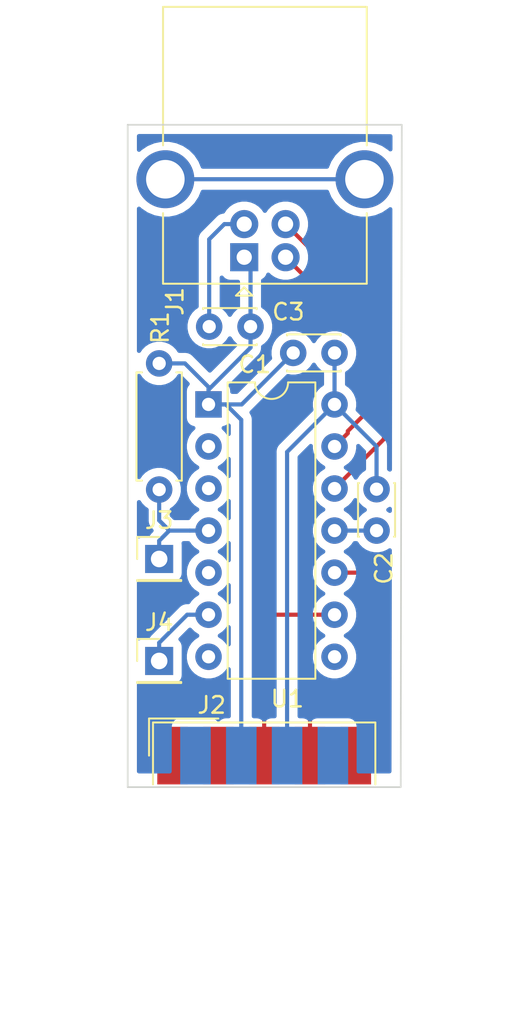
<source format=kicad_pcb>
(kicad_pcb (version 20171130) (host pcbnew 5.1.5+dfsg1-2build2)

  (general
    (thickness 1.6)
    (drawings 4)
    (tracks 52)
    (zones 0)
    (modules 9)
    (nets 11)
  )

  (page A4)
  (title_block
    (title "Atari 2600 Memory Card (SaveKey compatible) USB Interface")
    (company JiggleSoft)
    (comment 1 "Copyright (C) 2022 Justin Lane")
    (comment 3 "!!! WORK IN PROGRESS !!!")
  )

  (layers
    (0 F.Cu signal)
    (31 B.Cu signal)
    (32 B.Adhes user)
    (33 F.Adhes user)
    (34 B.Paste user)
    (35 F.Paste user)
    (36 B.SilkS user)
    (37 F.SilkS user)
    (38 B.Mask user)
    (39 F.Mask user)
    (40 Dwgs.User user)
    (41 Cmts.User user)
    (42 Eco1.User user)
    (43 Eco2.User user)
    (44 Edge.Cuts user)
    (45 Margin user)
    (46 B.CrtYd user)
    (47 F.CrtYd user)
    (48 B.Fab user)
    (49 F.Fab user)
  )

  (setup
    (last_trace_width 0.25)
    (trace_clearance 0.2)
    (zone_clearance 0.508)
    (zone_45_only no)
    (trace_min 0.2)
    (via_size 0.8)
    (via_drill 0.4)
    (via_min_size 0.4)
    (via_min_drill 0.3)
    (uvia_size 0.3)
    (uvia_drill 0.1)
    (uvias_allowed no)
    (uvia_min_size 0.2)
    (uvia_min_drill 0.1)
    (edge_width 0.05)
    (segment_width 0.2)
    (pcb_text_width 0.3)
    (pcb_text_size 1.5 1.5)
    (mod_edge_width 0.12)
    (mod_text_size 1 1)
    (mod_text_width 0.15)
    (pad_size 1.524 1.524)
    (pad_drill 0.762)
    (pad_to_mask_clearance 0.051)
    (solder_mask_min_width 0.25)
    (aux_axis_origin 0 0)
    (visible_elements FFFFFF7F)
    (pcbplotparams
      (layerselection 0x313ff_ffffffff)
      (usegerberextensions false)
      (usegerberattributes false)
      (usegerberadvancedattributes false)
      (creategerberjobfile false)
      (excludeedgelayer true)
      (linewidth 0.100000)
      (plotframeref true)
      (viasonmask false)
      (mode 1)
      (useauxorigin false)
      (hpglpennumber 1)
      (hpglpenspeed 20)
      (hpglpendiameter 15.000000)
      (psnegative false)
      (psa4output false)
      (plotreference true)
      (plotvalue true)
      (plotinvisibletext false)
      (padsonsilk false)
      (subtractmaskfromsilk false)
      (outputformat 4)
      (mirror false)
      (drillshape 0)
      (scaleselection 1)
      (outputdirectory "./"))
  )

  (net 0 "")
  (net 1 "Net-(C2-Pad1)")
  (net 2 /MCU_VDD)
  (net 3 GNDPWR)
  (net 4 /USB_D+)
  (net 5 /USB_D-)
  (net 6 /CHASSIS)
  (net 7 /MEM_SDA)
  (net 8 /MEM_SCL)
  (net 9 "Net-(J3-Pad1)")
  (net 10 "Net-(J4-Pad1)")

  (net_class Default "This is the default net class."
    (clearance 0.2)
    (trace_width 0.25)
    (via_dia 0.8)
    (via_drill 0.4)
    (uvia_dia 0.3)
    (uvia_drill 0.1)
    (add_net /CHASSIS)
    (add_net /MCU_VDD)
    (add_net /MEM_SCL)
    (add_net /MEM_SDA)
    (add_net /USB_D+)
    (add_net /USB_D-)
    (add_net GNDPWR)
    (add_net "Net-(C2-Pad1)")
    (add_net "Net-(J3-Pad1)")
    (add_net "Net-(J4-Pad1)")
  )

  (module Capacitor_THT:C_Disc_D3.0mm_W2.0mm_P2.50mm (layer F.Cu) (tedit 5AE50EF0) (tstamp 637117CE)
    (at 171.8945 105.791 90)
    (descr "C, Disc series, Radial, pin pitch=2.50mm, , diameter*width=3*2mm^2, Capacitor")
    (tags "C Disc series Radial pin pitch 2.50mm  diameter 3mm width 2mm Capacitor")
    (path /636F5C6B)
    (fp_text reference C2 (at -2.286 0.4445 90) (layer F.SilkS)
      (effects (font (size 1 1) (thickness 0.15)))
    )
    (fp_text value 470nF (at 1.25 2.25 90) (layer F.Fab) hide
      (effects (font (size 1 1) (thickness 0.15)))
    )
    (fp_text user %R (at 1.25 0 90) (layer F.Fab) hide
      (effects (font (size 0.6 0.6) (thickness 0.09)))
    )
    (fp_line (start 3.55 -1.25) (end -1.05 -1.25) (layer F.CrtYd) (width 0.05))
    (fp_line (start 3.55 1.25) (end 3.55 -1.25) (layer F.CrtYd) (width 0.05))
    (fp_line (start -1.05 1.25) (end 3.55 1.25) (layer F.CrtYd) (width 0.05))
    (fp_line (start -1.05 -1.25) (end -1.05 1.25) (layer F.CrtYd) (width 0.05))
    (fp_line (start 2.87 1.055) (end 2.87 1.12) (layer F.SilkS) (width 0.12))
    (fp_line (start 2.87 -1.12) (end 2.87 -1.055) (layer F.SilkS) (width 0.12))
    (fp_line (start -0.37 1.055) (end -0.37 1.12) (layer F.SilkS) (width 0.12))
    (fp_line (start -0.37 -1.12) (end -0.37 -1.055) (layer F.SilkS) (width 0.12))
    (fp_line (start -0.37 1.12) (end 2.87 1.12) (layer F.SilkS) (width 0.12))
    (fp_line (start -0.37 -1.12) (end 2.87 -1.12) (layer F.SilkS) (width 0.12))
    (fp_line (start 2.75 -1) (end -0.25 -1) (layer F.Fab) (width 0.1))
    (fp_line (start 2.75 1) (end 2.75 -1) (layer F.Fab) (width 0.1))
    (fp_line (start -0.25 1) (end 2.75 1) (layer F.Fab) (width 0.1))
    (fp_line (start -0.25 -1) (end -0.25 1) (layer F.Fab) (width 0.1))
    (pad 2 thru_hole circle (at 2.5 0 90) (size 1.6 1.6) (drill 0.8) (layers *.Cu *.Mask)
      (net 3 GNDPWR))
    (pad 1 thru_hole circle (at 0 0 90) (size 1.6 1.6) (drill 0.8) (layers *.Cu *.Mask)
      (net 1 "Net-(C2-Pad1)"))
    (model ${KISYS3DMOD}/Capacitor_THT.3dshapes/C_Disc_D3.0mm_W2.0mm_P2.50mm.wrl
      (at (xyz 0 0 0))
      (scale (xyz 1 1 1))
      (rotate (xyz 0 0 0))
    )
  )

  (module Connector_PinHeader_2.54mm:PinHeader_1x01_P2.54mm_Vertical (layer F.Cu) (tedit 59FED5CC) (tstamp 63710900)
    (at 158.75 113.665)
    (descr "Through hole straight pin header, 1x01, 2.54mm pitch, single row")
    (tags "Through hole pin header THT 1x01 2.54mm single row")
    (path /63728760)
    (fp_text reference J4 (at 0 -2.33) (layer F.SilkS)
      (effects (font (size 1 1) (thickness 0.15)))
    )
    (fp_text value CONN_MCU_LOG (at 0 2.33) (layer F.Fab) hide
      (effects (font (size 1 1) (thickness 0.15)))
    )
    (fp_text user %R (at 0 0 90) (layer F.Fab) hide
      (effects (font (size 1 1) (thickness 0.15)))
    )
    (fp_line (start 1.8 -1.8) (end -1.8 -1.8) (layer F.CrtYd) (width 0.05))
    (fp_line (start 1.8 1.8) (end 1.8 -1.8) (layer F.CrtYd) (width 0.05))
    (fp_line (start -1.8 1.8) (end 1.8 1.8) (layer F.CrtYd) (width 0.05))
    (fp_line (start -1.8 -1.8) (end -1.8 1.8) (layer F.CrtYd) (width 0.05))
    (fp_line (start -1.33 -1.33) (end 0 -1.33) (layer F.SilkS) (width 0.12))
    (fp_line (start -1.33 0) (end -1.33 -1.33) (layer F.SilkS) (width 0.12))
    (fp_line (start -1.33 1.27) (end 1.33 1.27) (layer F.SilkS) (width 0.12))
    (fp_line (start 1.33 1.27) (end 1.33 1.33) (layer F.SilkS) (width 0.12))
    (fp_line (start -1.33 1.27) (end -1.33 1.33) (layer F.SilkS) (width 0.12))
    (fp_line (start -1.33 1.33) (end 1.33 1.33) (layer F.SilkS) (width 0.12))
    (fp_line (start -1.27 -0.635) (end -0.635 -1.27) (layer F.Fab) (width 0.1))
    (fp_line (start -1.27 1.27) (end -1.27 -0.635) (layer F.Fab) (width 0.1))
    (fp_line (start 1.27 1.27) (end -1.27 1.27) (layer F.Fab) (width 0.1))
    (fp_line (start 1.27 -1.27) (end 1.27 1.27) (layer F.Fab) (width 0.1))
    (fp_line (start -0.635 -1.27) (end 1.27 -1.27) (layer F.Fab) (width 0.1))
    (fp_text user LOG (at -0.110501 2.668999) (layer F.Fab)
      (effects (font (size 1 1) (thickness 0.15)))
    )
    (pad 1 thru_hole rect (at 0 0) (size 1.7 1.7) (drill 1) (layers *.Cu *.Mask)
      (net 10 "Net-(J4-Pad1)"))
    (model ${KISYS3DMOD}/Connector_PinHeader_2.54mm.3dshapes/PinHeader_1x01_P2.54mm_Vertical.wrl
      (at (xyz 0 0 0))
      (scale (xyz 1 1 1))
      (rotate (xyz 0 0 0))
    )
  )

  (module Connector_PinHeader_2.54mm:PinHeader_1x01_P2.54mm_Vertical (layer F.Cu) (tedit 59FED5CC) (tstamp 6370EBB1)
    (at 158.75 107.5055)
    (descr "Through hole straight pin header, 1x01, 2.54mm pitch, single row")
    (tags "Through hole pin header THT 1x01 2.54mm single row")
    (path /63724E85)
    (fp_text reference J3 (at 0 -2.33) (layer F.SilkS)
      (effects (font (size 1 1) (thickness 0.15)))
    )
    (fp_text value CONN_MCU_VPP (at 0 2.33) (layer F.Fab) hide
      (effects (font (size 1 1) (thickness 0.15)))
    )
    (fp_text user %R (at 0 0 90) (layer F.Fab) hide
      (effects (font (size 1 1) (thickness 0.15)))
    )
    (fp_line (start 1.8 -1.8) (end -1.8 -1.8) (layer F.CrtYd) (width 0.05))
    (fp_line (start 1.8 1.8) (end 1.8 -1.8) (layer F.CrtYd) (width 0.05))
    (fp_line (start -1.8 1.8) (end 1.8 1.8) (layer F.CrtYd) (width 0.05))
    (fp_line (start -1.8 -1.8) (end -1.8 1.8) (layer F.CrtYd) (width 0.05))
    (fp_line (start -1.33 -1.33) (end 0 -1.33) (layer F.SilkS) (width 0.12))
    (fp_line (start -1.33 0) (end -1.33 -1.33) (layer F.SilkS) (width 0.12))
    (fp_line (start -1.33 1.27) (end 1.33 1.27) (layer F.SilkS) (width 0.12))
    (fp_line (start 1.33 1.27) (end 1.33 1.33) (layer F.SilkS) (width 0.12))
    (fp_line (start -1.33 1.27) (end -1.33 1.33) (layer F.SilkS) (width 0.12))
    (fp_line (start -1.33 1.33) (end 1.33 1.33) (layer F.SilkS) (width 0.12))
    (fp_line (start -1.27 -0.635) (end -0.635 -1.27) (layer F.Fab) (width 0.1))
    (fp_line (start -1.27 1.27) (end -1.27 -0.635) (layer F.Fab) (width 0.1))
    (fp_line (start 1.27 1.27) (end -1.27 1.27) (layer F.Fab) (width 0.1))
    (fp_line (start 1.27 -1.27) (end 1.27 1.27) (layer F.Fab) (width 0.1))
    (fp_line (start -0.635 -1.27) (end 1.27 -1.27) (layer F.Fab) (width 0.1))
    (fp_text user VPP (at 0 2.667) (layer F.Fab)
      (effects (font (size 1 1) (thickness 0.15)))
    )
    (pad 1 thru_hole rect (at 0 0) (size 1.7 1.7) (drill 1) (layers *.Cu *.Mask)
      (net 9 "Net-(J3-Pad1)"))
    (model ${KISYS3DMOD}/Connector_PinHeader_2.54mm.3dshapes/PinHeader_1x01_P2.54mm_Vertical.wrl
      (at (xyz 0 0 0))
      (scale (xyz 1 1 1))
      (rotate (xyz 0 0 0))
    )
  )

  (module Capacitor_THT:C_Disc_D3.0mm_W2.0mm_P2.50mm (layer F.Cu) (tedit 5AE50EF0) (tstamp 637112A1)
    (at 164.2745 93.472 180)
    (descr "C, Disc series, Radial, pin pitch=2.50mm, , diameter*width=3*2mm^2, Capacitor")
    (tags "C Disc series Radial pin pitch 2.50mm  diameter 3mm width 2mm Capacitor")
    (path /636EB278)
    (fp_text reference C3 (at -2.286 0.889) (layer F.SilkS)
      (effects (font (size 1 1) (thickness 0.15)))
    )
    (fp_text value 1uF (at 1.25 2.25) (layer F.Fab) hide
      (effects (font (size 1 1) (thickness 0.15)))
    )
    (fp_text user %R (at 1.25 0) (layer F.Fab) hide
      (effects (font (size 0.6 0.6) (thickness 0.09)))
    )
    (fp_line (start 3.55 -1.25) (end -1.05 -1.25) (layer F.CrtYd) (width 0.05))
    (fp_line (start 3.55 1.25) (end 3.55 -1.25) (layer F.CrtYd) (width 0.05))
    (fp_line (start -1.05 1.25) (end 3.55 1.25) (layer F.CrtYd) (width 0.05))
    (fp_line (start -1.05 -1.25) (end -1.05 1.25) (layer F.CrtYd) (width 0.05))
    (fp_line (start 2.87 1.055) (end 2.87 1.12) (layer F.SilkS) (width 0.12))
    (fp_line (start 2.87 -1.12) (end 2.87 -1.055) (layer F.SilkS) (width 0.12))
    (fp_line (start -0.37 1.055) (end -0.37 1.12) (layer F.SilkS) (width 0.12))
    (fp_line (start -0.37 -1.12) (end -0.37 -1.055) (layer F.SilkS) (width 0.12))
    (fp_line (start -0.37 1.12) (end 2.87 1.12) (layer F.SilkS) (width 0.12))
    (fp_line (start -0.37 -1.12) (end 2.87 -1.12) (layer F.SilkS) (width 0.12))
    (fp_line (start 2.75 -1) (end -0.25 -1) (layer F.Fab) (width 0.1))
    (fp_line (start 2.75 1) (end 2.75 -1) (layer F.Fab) (width 0.1))
    (fp_line (start -0.25 1) (end 2.75 1) (layer F.Fab) (width 0.1))
    (fp_line (start -0.25 -1) (end -0.25 1) (layer F.Fab) (width 0.1))
    (pad 2 thru_hole circle (at 2.5 0 180) (size 1.6 1.6) (drill 0.8) (layers *.Cu *.Mask)
      (net 3 GNDPWR))
    (pad 1 thru_hole circle (at 0 0 180) (size 1.6 1.6) (drill 0.8) (layers *.Cu *.Mask)
      (net 2 /MCU_VDD))
    (model ${KISYS3DMOD}/Capacitor_THT.3dshapes/C_Disc_D3.0mm_W2.0mm_P2.50mm.wrl
      (at (xyz 0 0 0))
      (scale (xyz 1 1 1))
      (rotate (xyz 0 0 0))
    )
  )

  (module Capacitor_THT:C_Disc_D3.0mm_W2.0mm_P2.50mm (layer F.Cu) (tedit 5AE50EF0) (tstamp 63711834)
    (at 166.8545 95.0595)
    (descr "C, Disc series, Radial, pin pitch=2.50mm, , diameter*width=3*2mm^2, Capacitor")
    (tags "C Disc series Radial pin pitch 2.50mm  diameter 3mm width 2mm Capacitor")
    (path /636D520A)
    (fp_text reference C1 (at -2.326 0.6985) (layer F.SilkS)
      (effects (font (size 1 1) (thickness 0.15)))
    )
    (fp_text value 100nF (at 2.5 2.5) (layer F.Fab) hide
      (effects (font (size 1 1) (thickness 0.15)))
    )
    (fp_text user %R (at 2.5 0) (layer F.Fab)
      (effects (font (size 1 1) (thickness 0.15)))
    )
    (fp_line (start 3.55 -1.25) (end -1.05 -1.25) (layer F.CrtYd) (width 0.05))
    (fp_line (start 3.55 1.25) (end 3.55 -1.25) (layer F.CrtYd) (width 0.05))
    (fp_line (start -1.05 1.25) (end 3.55 1.25) (layer F.CrtYd) (width 0.05))
    (fp_line (start -1.05 -1.25) (end -1.05 1.25) (layer F.CrtYd) (width 0.05))
    (fp_line (start 2.87 1.055) (end 2.87 1.12) (layer F.SilkS) (width 0.12))
    (fp_line (start 2.87 -1.12) (end 2.87 -1.055) (layer F.SilkS) (width 0.12))
    (fp_line (start -0.37 1.055) (end -0.37 1.12) (layer F.SilkS) (width 0.12))
    (fp_line (start -0.37 -1.12) (end -0.37 -1.055) (layer F.SilkS) (width 0.12))
    (fp_line (start -0.37 1.12) (end 2.87 1.12) (layer F.SilkS) (width 0.12))
    (fp_line (start -0.37 -1.12) (end 2.87 -1.12) (layer F.SilkS) (width 0.12))
    (fp_line (start 2.75 -1) (end -0.25 -1) (layer F.Fab) (width 0.1))
    (fp_line (start 2.75 1) (end 2.75 -1) (layer F.Fab) (width 0.1))
    (fp_line (start -0.25 1) (end 2.75 1) (layer F.Fab) (width 0.1))
    (fp_line (start -0.25 -1) (end -0.25 1) (layer F.Fab) (width 0.1))
    (pad 2 thru_hole circle (at 2.5 0) (size 1.6 1.6) (drill 0.8) (layers *.Cu *.Mask)
      (net 3 GNDPWR))
    (pad 1 thru_hole circle (at 0 0) (size 1.6 1.6) (drill 0.8) (layers *.Cu *.Mask)
      (net 2 /MCU_VDD))
    (model ${KISYS3DMOD}/Capacitor_THT.3dshapes/C_Disc_D3.0mm_W2.0mm_P2.50mm.wrl
      (at (xyz 0 0 0))
      (scale (xyz 1 1 1))
      (rotate (xyz 0 0 0))
    )
  )

  (module Connector_USB:USB_B_OST_USB-B1HSxx_Horizontal (layer F.Cu) (tedit 5AFE01FF) (tstamp 637107E7)
    (at 163.8935 89.281 90)
    (descr "USB B receptacle, Horizontal, through-hole, http://www.on-shore.com/wp-content/uploads/2015/09/usb-b1hsxx.pdf")
    (tags "USB-B receptacle horizontal through-hole")
    (path /636FFEAA)
    (fp_text reference J1 (at -2.667 -4.191 90) (layer F.SilkS)
      (effects (font (size 1 1) (thickness 0.15)))
    )
    (fp_text value USB_B (at 6.76 10.27 90) (layer F.Fab) hide
      (effects (font (size 1 1) (thickness 0.15)))
    )
    (fp_line (start -0.49 -4.8) (end 15.01 -4.8) (layer F.Fab) (width 0.1))
    (fp_line (start 15.01 -4.8) (end 15.01 7.3) (layer F.Fab) (width 0.1))
    (fp_line (start 15.01 7.3) (end -1.49 7.3) (layer F.Fab) (width 0.1))
    (fp_line (start -1.49 7.3) (end -1.49 -3.8) (layer F.Fab) (width 0.1))
    (fp_line (start -1.49 -3.8) (end -0.49 -4.8) (layer F.Fab) (width 0.1))
    (fp_line (start 2.66 -4.91) (end -1.6 -4.91) (layer F.SilkS) (width 0.12))
    (fp_line (start -1.6 -4.91) (end -1.6 7.41) (layer F.SilkS) (width 0.12))
    (fp_line (start -1.6 7.41) (end 2.66 7.41) (layer F.SilkS) (width 0.12))
    (fp_line (start 6.76 -4.91) (end 15.12 -4.91) (layer F.SilkS) (width 0.12))
    (fp_line (start 15.12 -4.91) (end 15.12 7.41) (layer F.SilkS) (width 0.12))
    (fp_line (start 15.12 7.41) (end 6.76 7.41) (layer F.SilkS) (width 0.12))
    (fp_line (start -1.82 0) (end -2.32 -0.5) (layer F.SilkS) (width 0.12))
    (fp_line (start -2.32 -0.5) (end -2.32 0.5) (layer F.SilkS) (width 0.12))
    (fp_line (start -2.32 0.5) (end -1.82 0) (layer F.SilkS) (width 0.12))
    (fp_line (start -1.99 -7.02) (end -1.99 9.52) (layer F.CrtYd) (width 0.05))
    (fp_line (start -1.99 9.52) (end 15.51 9.52) (layer F.CrtYd) (width 0.05))
    (fp_line (start 15.51 9.52) (end 15.51 -7.02) (layer F.CrtYd) (width 0.05))
    (fp_line (start 15.51 -7.02) (end -1.99 -7.02) (layer F.CrtYd) (width 0.05))
    (fp_text user %R (at 0.6985 8.509 90) (layer F.Fab) hide
      (effects (font (size 1 1) (thickness 0.15)))
    )
    (pad 1 thru_hole rect (at 0 0 90) (size 1.7 1.7) (drill 0.92) (layers *.Cu *.Mask)
      (net 2 /MCU_VDD))
    (pad 2 thru_hole circle (at 0 2.5 90) (size 1.7 1.7) (drill 0.92) (layers *.Cu *.Mask)
      (net 4 /USB_D+))
    (pad 3 thru_hole circle (at 2 2.5 90) (size 1.7 1.7) (drill 0.92) (layers *.Cu *.Mask)
      (net 5 /USB_D-))
    (pad 4 thru_hole circle (at 2 0 90) (size 1.7 1.7) (drill 0.92) (layers *.Cu *.Mask)
      (net 3 GNDPWR))
    (pad 5 thru_hole circle (at 4.71 -4.77 90) (size 3.5 3.5) (drill 2.33) (layers *.Cu *.Mask)
      (net 6 /CHASSIS))
    (pad 5 thru_hole circle (at 4.71 7.27 90) (size 3.5 3.5) (drill 2.33) (layers *.Cu *.Mask)
      (net 6 /CHASSIS))
    (model ${KISYS3DMOD}/Connector_USB.3dshapes/USB_B_OST_USB-B1HSxx_Horizontal.wrl
      (at (xyz 0 0 0))
      (scale (xyz 1 1 1))
      (rotate (xyz 0 0 0))
    )
  )

  (module Package_DIP:DIP-14_W7.62mm (layer F.Cu) (tedit 5A02E8C5) (tstamp 63710EBE)
    (at 161.7345 98.171)
    (descr "14-lead though-hole mounted DIP package, row spacing 7.62 mm (300 mils)")
    (tags "THT DIP DIL PDIP 2.54mm 7.62mm 300mil")
    (path /636D4A85)
    (fp_text reference U1 (at 4.7625 17.78) (layer F.SilkS)
      (effects (font (size 1 1) (thickness 0.15)))
    )
    (fp_text value PIC16F1454-IP (at 3.81 17.57) (layer F.Fab) hide
      (effects (font (size 1 1) (thickness 0.15)))
    )
    (fp_arc (start 3.81 -1.33) (end 2.81 -1.33) (angle -180) (layer F.SilkS) (width 0.12))
    (fp_line (start 1.635 -1.27) (end 6.985 -1.27) (layer F.Fab) (width 0.1))
    (fp_line (start 6.985 -1.27) (end 6.985 16.51) (layer F.Fab) (width 0.1))
    (fp_line (start 6.985 16.51) (end 0.635 16.51) (layer F.Fab) (width 0.1))
    (fp_line (start 0.635 16.51) (end 0.635 -0.27) (layer F.Fab) (width 0.1))
    (fp_line (start 0.635 -0.27) (end 1.635 -1.27) (layer F.Fab) (width 0.1))
    (fp_line (start 2.81 -1.33) (end 1.16 -1.33) (layer F.SilkS) (width 0.12))
    (fp_line (start 1.16 -1.33) (end 1.16 16.57) (layer F.SilkS) (width 0.12))
    (fp_line (start 1.16 16.57) (end 6.46 16.57) (layer F.SilkS) (width 0.12))
    (fp_line (start 6.46 16.57) (end 6.46 -1.33) (layer F.SilkS) (width 0.12))
    (fp_line (start 6.46 -1.33) (end 4.81 -1.33) (layer F.SilkS) (width 0.12))
    (fp_line (start -1.1 -1.55) (end -1.1 16.8) (layer F.CrtYd) (width 0.05))
    (fp_line (start -1.1 16.8) (end 8.7 16.8) (layer F.CrtYd) (width 0.05))
    (fp_line (start 8.7 16.8) (end 8.7 -1.55) (layer F.CrtYd) (width 0.05))
    (fp_line (start 8.7 -1.55) (end -1.1 -1.55) (layer F.CrtYd) (width 0.05))
    (fp_text user %R (at 3.81 7.62) (layer F.Fab) hide
      (effects (font (size 1 1) (thickness 0.15)))
    )
    (pad 1 thru_hole rect (at 0 0) (size 1.6 1.6) (drill 0.8) (layers *.Cu *.Mask)
      (net 2 /MCU_VDD))
    (pad 8 thru_hole oval (at 7.62 15.24) (size 1.6 1.6) (drill 0.8) (layers *.Cu *.Mask))
    (pad 2 thru_hole oval (at 0 2.54) (size 1.6 1.6) (drill 0.8) (layers *.Cu *.Mask))
    (pad 9 thru_hole oval (at 7.62 12.7) (size 1.6 1.6) (drill 0.8) (layers *.Cu *.Mask)
      (net 7 /MEM_SDA))
    (pad 3 thru_hole oval (at 0 5.08) (size 1.6 1.6) (drill 0.8) (layers *.Cu *.Mask))
    (pad 10 thru_hole oval (at 7.62 10.16) (size 1.6 1.6) (drill 0.8) (layers *.Cu *.Mask)
      (net 8 /MEM_SCL))
    (pad 4 thru_hole oval (at 0 7.62) (size 1.6 1.6) (drill 0.8) (layers *.Cu *.Mask)
      (net 9 "Net-(J3-Pad1)"))
    (pad 11 thru_hole oval (at 7.62 7.62) (size 1.6 1.6) (drill 0.8) (layers *.Cu *.Mask)
      (net 1 "Net-(C2-Pad1)"))
    (pad 5 thru_hole oval (at 0 10.16) (size 1.6 1.6) (drill 0.8) (layers *.Cu *.Mask))
    (pad 12 thru_hole oval (at 7.62 5.08) (size 1.6 1.6) (drill 0.8) (layers *.Cu *.Mask)
      (net 5 /USB_D-))
    (pad 6 thru_hole oval (at 0 12.7) (size 1.6 1.6) (drill 0.8) (layers *.Cu *.Mask)
      (net 10 "Net-(J4-Pad1)"))
    (pad 13 thru_hole oval (at 7.62 2.54) (size 1.6 1.6) (drill 0.8) (layers *.Cu *.Mask)
      (net 4 /USB_D+))
    (pad 7 thru_hole oval (at 0 15.24) (size 1.6 1.6) (drill 0.8) (layers *.Cu *.Mask))
    (pad 14 thru_hole oval (at 7.62 0) (size 1.6 1.6) (drill 0.8) (layers *.Cu *.Mask)
      (net 3 GNDPWR))
    (model ${KISYS3DMOD}/Package_DIP.3dshapes/DIP-14_W7.62mm.wrl
      (at (xyz 0 0 0))
      (scale (xyz 1 1 1))
      (rotate (xyz 0 0 0))
    )
  )

  (module Resistor_THT:R_Axial_DIN0207_L6.3mm_D2.5mm_P7.62mm_Horizontal (layer F.Cu) (tedit 5AE5139B) (tstamp 637111E1)
    (at 158.75 95.6945 270)
    (descr "Resistor, Axial_DIN0207 series, Axial, Horizontal, pin pitch=7.62mm, 0.25W = 1/4W, length*diameter=6.3*2.5mm^2, http://cdn-reichelt.de/documents/datenblatt/B400/1_4W%23YAG.pdf")
    (tags "Resistor Axial_DIN0207 series Axial Horizontal pin pitch 7.62mm 0.25W = 1/4W length 6.3mm diameter 2.5mm")
    (path /636D5667)
    (fp_text reference R1 (at -2.159 -0.0635 90) (layer F.SilkS)
      (effects (font (size 1 1) (thickness 0.15)))
    )
    (fp_text value 10K (at 3.81 2.37 90) (layer F.Fab) hide
      (effects (font (size 1 1) (thickness 0.15)))
    )
    (fp_line (start 0.66 -1.25) (end 0.66 1.25) (layer F.Fab) (width 0.1))
    (fp_line (start 0.66 1.25) (end 6.96 1.25) (layer F.Fab) (width 0.1))
    (fp_line (start 6.96 1.25) (end 6.96 -1.25) (layer F.Fab) (width 0.1))
    (fp_line (start 6.96 -1.25) (end 0.66 -1.25) (layer F.Fab) (width 0.1))
    (fp_line (start 0 0) (end 0.66 0) (layer F.Fab) (width 0.1))
    (fp_line (start 7.62 0) (end 6.96 0) (layer F.Fab) (width 0.1))
    (fp_line (start 0.54 -1.04) (end 0.54 -1.37) (layer F.SilkS) (width 0.12))
    (fp_line (start 0.54 -1.37) (end 7.08 -1.37) (layer F.SilkS) (width 0.12))
    (fp_line (start 7.08 -1.37) (end 7.08 -1.04) (layer F.SilkS) (width 0.12))
    (fp_line (start 0.54 1.04) (end 0.54 1.37) (layer F.SilkS) (width 0.12))
    (fp_line (start 0.54 1.37) (end 7.08 1.37) (layer F.SilkS) (width 0.12))
    (fp_line (start 7.08 1.37) (end 7.08 1.04) (layer F.SilkS) (width 0.12))
    (fp_line (start -1.05 -1.5) (end -1.05 1.5) (layer F.CrtYd) (width 0.05))
    (fp_line (start -1.05 1.5) (end 8.67 1.5) (layer F.CrtYd) (width 0.05))
    (fp_line (start 8.67 1.5) (end 8.67 -1.5) (layer F.CrtYd) (width 0.05))
    (fp_line (start 8.67 -1.5) (end -1.05 -1.5) (layer F.CrtYd) (width 0.05))
    (fp_text user %R (at 3.81 0 90) (layer F.Fab) hide
      (effects (font (size 1 1) (thickness 0.15)))
    )
    (pad 1 thru_hole circle (at 0 0 270) (size 1.6 1.6) (drill 0.8) (layers *.Cu *.Mask)
      (net 2 /MCU_VDD))
    (pad 2 thru_hole oval (at 7.62 0 270) (size 1.6 1.6) (drill 0.8) (layers *.Cu *.Mask)
      (net 9 "Net-(J3-Pad1)"))
    (model ${KISYS3DMOD}/Resistor_THT.3dshapes/R_Axial_DIN0207_L6.3mm_D2.5mm_P7.62mm_Horizontal.wrl
      (at (xyz 0 0 0))
      (scale (xyz 1 1 1))
      (rotate (xyz 0 0 0))
    )
  )

  (module Connector_Dsub:DSUB-9_Male_EdgeMount_P2.77mm (layer F.Cu) (tedit 59FEDEE2) (tstamp 6370FCA2)
    (at 165.1 119.38)
    (descr "9-pin D-Sub connector, solder-cups edge-mounted, male, x-pin-pitch 2.77mm, distance of mounting holes 25mm, see https://disti-assets.s3.amazonaws.com/tonar/files/datasheets/16730.pdf")
    (tags "9-pin D-Sub connector edge mount solder cup male x-pin-pitch 2.77mm mounting holes distance 25mm")
    (path /63701C57)
    (attr smd)
    (fp_text reference J2 (at -3.175 -3.048) (layer F.SilkS)
      (effects (font (size 1 1) (thickness 0.15)))
    )
    (fp_text value DB9_Male (at 0 16.69) (layer F.Fab) hide
      (effects (font (size 1 1) (thickness 0.15)))
    )
    (fp_line (start -6.14 -0.91) (end -6.14 1.99) (layer F.Fab) (width 0.1))
    (fp_line (start -6.14 1.99) (end -4.94 1.99) (layer F.Fab) (width 0.1))
    (fp_line (start -4.94 1.99) (end -4.94 -0.91) (layer F.Fab) (width 0.1))
    (fp_line (start -4.94 -0.91) (end -6.14 -0.91) (layer F.Fab) (width 0.1))
    (fp_line (start -3.37 -0.91) (end -3.37 1.99) (layer F.Fab) (width 0.1))
    (fp_line (start -3.37 1.99) (end -2.17 1.99) (layer F.Fab) (width 0.1))
    (fp_line (start -2.17 1.99) (end -2.17 -0.91) (layer F.Fab) (width 0.1))
    (fp_line (start -2.17 -0.91) (end -3.37 -0.91) (layer F.Fab) (width 0.1))
    (fp_line (start -0.6 -0.91) (end -0.6 1.99) (layer F.Fab) (width 0.1))
    (fp_line (start -0.6 1.99) (end 0.6 1.99) (layer F.Fab) (width 0.1))
    (fp_line (start 0.6 1.99) (end 0.6 -0.91) (layer F.Fab) (width 0.1))
    (fp_line (start 0.6 -0.91) (end -0.6 -0.91) (layer F.Fab) (width 0.1))
    (fp_line (start 2.17 -0.91) (end 2.17 1.99) (layer F.Fab) (width 0.1))
    (fp_line (start 2.17 1.99) (end 3.37 1.99) (layer F.Fab) (width 0.1))
    (fp_line (start 3.37 1.99) (end 3.37 -0.91) (layer F.Fab) (width 0.1))
    (fp_line (start 3.37 -0.91) (end 2.17 -0.91) (layer F.Fab) (width 0.1))
    (fp_line (start 4.94 -0.91) (end 4.94 1.99) (layer F.Fab) (width 0.1))
    (fp_line (start 4.94 1.99) (end 6.14 1.99) (layer F.Fab) (width 0.1))
    (fp_line (start 6.14 1.99) (end 6.14 -0.91) (layer F.Fab) (width 0.1))
    (fp_line (start 6.14 -0.91) (end 4.94 -0.91) (layer F.Fab) (width 0.1))
    (fp_line (start -4.755 -0.91) (end -4.755 1.99) (layer B.Fab) (width 0.1))
    (fp_line (start -4.755 1.99) (end -3.555 1.99) (layer B.Fab) (width 0.1))
    (fp_line (start -3.555 1.99) (end -3.555 -0.91) (layer B.Fab) (width 0.1))
    (fp_line (start -3.555 -0.91) (end -4.755 -0.91) (layer B.Fab) (width 0.1))
    (fp_line (start -1.985 -0.91) (end -1.985 1.99) (layer B.Fab) (width 0.1))
    (fp_line (start -1.985 1.99) (end -0.785 1.99) (layer B.Fab) (width 0.1))
    (fp_line (start -0.785 1.99) (end -0.785 -0.91) (layer B.Fab) (width 0.1))
    (fp_line (start -0.785 -0.91) (end -1.985 -0.91) (layer B.Fab) (width 0.1))
    (fp_line (start 0.785 -0.91) (end 0.785 1.99) (layer B.Fab) (width 0.1))
    (fp_line (start 0.785 1.99) (end 1.985 1.99) (layer B.Fab) (width 0.1))
    (fp_line (start 1.985 1.99) (end 1.985 -0.91) (layer B.Fab) (width 0.1))
    (fp_line (start 1.985 -0.91) (end 0.785 -0.91) (layer B.Fab) (width 0.1))
    (fp_line (start 3.555 -0.91) (end 3.555 1.99) (layer B.Fab) (width 0.1))
    (fp_line (start 3.555 1.99) (end 4.755 1.99) (layer B.Fab) (width 0.1))
    (fp_line (start 4.755 1.99) (end 4.755 -0.91) (layer B.Fab) (width 0.1))
    (fp_line (start 4.755 -0.91) (end 3.555 -0.91) (layer B.Fab) (width 0.1))
    (fp_line (start -7.55 1.99) (end -7.55 4.79) (layer F.Fab) (width 0.1))
    (fp_line (start -7.55 4.79) (end 7.55 4.79) (layer F.Fab) (width 0.1))
    (fp_line (start 7.55 4.79) (end 7.55 1.99) (layer F.Fab) (width 0.1))
    (fp_line (start 7.55 1.99) (end -7.55 1.99) (layer F.Fab) (width 0.1))
    (fp_line (start -8.55 4.79) (end -8.55 9.29) (layer F.Fab) (width 0.1))
    (fp_line (start -8.55 9.29) (end 8.55 9.29) (layer F.Fab) (width 0.1))
    (fp_line (start 8.55 9.29) (end 8.55 4.79) (layer F.Fab) (width 0.1))
    (fp_line (start 8.55 4.79) (end -8.55 4.79) (layer F.Fab) (width 0.1))
    (fp_line (start -15.425 9.29) (end -15.425 9.69) (layer F.Fab) (width 0.1))
    (fp_line (start -15.425 9.69) (end 15.425 9.69) (layer F.Fab) (width 0.1))
    (fp_line (start 15.425 9.69) (end 15.425 9.29) (layer F.Fab) (width 0.1))
    (fp_line (start 15.425 9.29) (end -15.425 9.29) (layer F.Fab) (width 0.1))
    (fp_line (start -8.15 9.69) (end -8.15 15.69) (layer F.Fab) (width 0.1))
    (fp_line (start -8.15 15.69) (end 8.15 15.69) (layer F.Fab) (width 0.1))
    (fp_line (start 8.15 15.69) (end 8.15 9.69) (layer F.Fab) (width 0.1))
    (fp_line (start 8.15 9.69) (end -8.15 9.69) (layer F.Fab) (width 0.1))
    (fp_line (start -7 -2.25) (end 7 -2.25) (layer F.CrtYd) (width 0.05))
    (fp_line (start 7 -2.25) (end 7 1.5) (layer F.CrtYd) (width 0.05))
    (fp_line (start 7 1.5) (end 8.05 1.5) (layer F.CrtYd) (width 0.05))
    (fp_line (start 8.05 1.5) (end 8.05 4.3) (layer F.CrtYd) (width 0.05))
    (fp_line (start 8.05 4.3) (end 9.05 4.3) (layer F.CrtYd) (width 0.05))
    (fp_line (start 9.05 4.3) (end 9.05 8.8) (layer F.CrtYd) (width 0.05))
    (fp_line (start 9.05 8.8) (end 15.95 8.8) (layer F.CrtYd) (width 0.05))
    (fp_line (start 15.95 8.8) (end 15.95 10.2) (layer F.CrtYd) (width 0.05))
    (fp_line (start 15.95 10.2) (end 8.65 10.2) (layer F.CrtYd) (width 0.05))
    (fp_line (start 8.65 10.2) (end 8.65 16.2) (layer F.CrtYd) (width 0.05))
    (fp_line (start 8.65 16.2) (end -8.65 16.2) (layer F.CrtYd) (width 0.05))
    (fp_line (start -8.65 16.2) (end -8.65 10.2) (layer F.CrtYd) (width 0.05))
    (fp_line (start -8.65 10.2) (end -15.95 10.2) (layer F.CrtYd) (width 0.05))
    (fp_line (start -15.95 10.2) (end -15.95 8.8) (layer F.CrtYd) (width 0.05))
    (fp_line (start -15.95 8.8) (end -9.05 8.8) (layer F.CrtYd) (width 0.05))
    (fp_line (start -9.05 8.8) (end -9.05 4.3) (layer F.CrtYd) (width 0.05))
    (fp_line (start -9.05 4.3) (end -8.05 4.3) (layer F.CrtYd) (width 0.05))
    (fp_line (start -8.05 4.3) (end -8.05 1.5) (layer F.CrtYd) (width 0.05))
    (fp_line (start -8.05 1.5) (end -7 1.5) (layer F.CrtYd) (width 0.05))
    (fp_line (start -7 1.5) (end -7 -2.25) (layer F.CrtYd) (width 0.05))
    (fp_line (start 6.723333 1.74) (end 6.723333 -2) (layer F.SilkS) (width 0.12))
    (fp_line (start 6.723333 -2) (end -6.723333 -2) (layer F.SilkS) (width 0.12))
    (fp_line (start -6.723333 -2) (end -6.723333 1.74) (layer F.SilkS) (width 0.12))
    (fp_line (start -6.963333 0) (end -6.963333 -2.24) (layer F.SilkS) (width 0.12))
    (fp_line (start -6.963333 -2.24) (end -2.77 -2.24) (layer F.SilkS) (width 0.12))
    (fp_line (start -15.425 1.99) (end 15.425 1.99) (layer Dwgs.User) (width 0.05))
    (fp_text user %R (at 0 3.39) (layer F.Fab) hide
      (effects (font (size 1 1) (thickness 0.15)))
    )
    (fp_text user "PCB edge" (at -10.425 1.323333) (layer Dwgs.User)
      (effects (font (size 0.5 0.5) (thickness 0.075)))
    )
    (pad 1 smd rect (at -5.54 0) (size 1.846667 3.48) (layers F.Cu F.Paste F.Mask))
    (pad 2 smd rect (at -2.77 0) (size 1.846667 3.48) (layers F.Cu F.Paste F.Mask))
    (pad 3 smd rect (at 0 0) (size 1.846667 3.48) (layers F.Cu F.Paste F.Mask)
      (net 7 /MEM_SDA))
    (pad 4 smd rect (at 2.77 0) (size 1.846667 3.48) (layers F.Cu F.Paste F.Mask)
      (net 8 /MEM_SCL))
    (pad 5 smd rect (at 5.54 0) (size 1.846667 3.48) (layers F.Cu F.Paste F.Mask))
    (pad 6 smd rect (at -4.155 0) (size 1.846667 3.48) (layers B.Cu B.Paste B.Mask))
    (pad 7 smd rect (at -1.385 0) (size 1.846667 3.48) (layers B.Cu B.Paste B.Mask)
      (net 2 /MCU_VDD))
    (pad 8 smd rect (at 1.385 0) (size 1.846667 3.48) (layers B.Cu B.Paste B.Mask)
      (net 3 GNDPWR))
    (pad 9 smd rect (at 4.155 0) (size 1.846667 3.48) (layers B.Cu B.Paste B.Mask))
    (model ${KISYS3DMOD}/Connector_Dsub.3dshapes/DSUB-9_Male_EdgeMount_P2.77mm.wrl
      (at (xyz 0 0 0))
      (scale (xyz 1 1 1))
      (rotate (xyz 0 0 0))
    )
  )

  (gr_line (start 173.4185 81.28) (end 173.355 121.285) (layer Edge.Cuts) (width 0.1))
  (gr_line (start 156.845 81.28) (end 173.4185 81.28) (layer Edge.Cuts) (width 0.1))
  (gr_line (start 156.845 121.285) (end 156.845 81.28) (layer Edge.Cuts) (width 0.1))
  (gr_line (start 173.355 121.285) (end 156.845 121.285) (layer Edge.Cuts) (width 0.1))

  (segment (start 169.3545 105.791) (end 171.8945 105.791) (width 0.25) (layer B.Cu) (net 1))
  (segment (start 163.715 99.1015) (end 162.7845 98.171) (width 0.25) (layer B.Cu) (net 2))
  (segment (start 163.715 119.38) (end 163.715 99.1015) (width 0.25) (layer B.Cu) (net 2))
  (segment (start 159.88137 95.6945) (end 158.75 95.6945) (width 0.25) (layer B.Cu) (net 2))
  (segment (start 160.308 95.6945) (end 159.88137 95.6945) (width 0.25) (layer B.Cu) (net 2))
  (segment (start 161.7345 97.121) (end 160.308 95.6945) (width 0.25) (layer B.Cu) (net 2))
  (segment (start 164.2745 89.662) (end 163.8935 89.281) (width 0.25) (layer B.Cu) (net 2))
  (segment (start 164.2745 93.472) (end 164.2745 89.662) (width 0.25) (layer B.Cu) (net 2))
  (segment (start 162.7845 98.171) (end 161.7345 98.171) (width 0.25) (layer B.Cu) (net 2))
  (segment (start 163.743 98.171) (end 161.7345 98.171) (width 0.25) (layer B.Cu) (net 2))
  (segment (start 166.8545 95.0595) (end 163.743 98.171) (width 0.25) (layer B.Cu) (net 2))
  (segment (start 164.2745 94.742) (end 161.7345 97.282) (width 0.25) (layer B.Cu) (net 2))
  (segment (start 164.2745 93.472) (end 164.2745 94.742) (width 0.25) (layer B.Cu) (net 2))
  (segment (start 161.7345 97.282) (end 161.7345 97.121) (width 0.25) (layer B.Cu) (net 2))
  (segment (start 161.7345 98.171) (end 161.7345 97.282) (width 0.25) (layer B.Cu) (net 2))
  (segment (start 166.485 101.0405) (end 169.3545 98.171) (width 0.25) (layer B.Cu) (net 3))
  (segment (start 166.485 119.38) (end 166.485 101.0405) (width 0.25) (layer B.Cu) (net 3))
  (segment (start 171.8945 100.711) (end 169.3545 98.171) (width 0.25) (layer B.Cu) (net 3))
  (segment (start 171.8945 103.291) (end 171.8945 100.711) (width 0.25) (layer B.Cu) (net 3))
  (segment (start 169.3545 98.171) (end 169.3545 95.0595) (width 0.25) (layer B.Cu) (net 3))
  (segment (start 162.691419 87.281) (end 163.8935 87.281) (width 0.25) (layer B.Cu) (net 3))
  (segment (start 161.7745 88.197919) (end 162.691419 87.281) (width 0.25) (layer B.Cu) (net 3))
  (segment (start 161.7745 93.472) (end 161.7745 88.197919) (width 0.25) (layer B.Cu) (net 3))
  (segment (start 170.154499 99.911001) (end 170.154499 99.784001) (width 0.25) (layer F.Cu) (net 4))
  (segment (start 169.3545 100.711) (end 170.154499 99.911001) (width 0.25) (layer F.Cu) (net 4))
  (segment (start 170.154499 99.784001) (end 171.323 98.6155) (width 0.25) (layer F.Cu) (net 4))
  (segment (start 171.323 98.6155) (end 171.323 94.1705) (width 0.25) (layer F.Cu) (net 4))
  (segment (start 171.283 94.1705) (end 166.3935 89.281) (width 0.25) (layer F.Cu) (net 4))
  (segment (start 171.323 94.1705) (end 171.283 94.1705) (width 0.25) (layer F.Cu) (net 4))
  (segment (start 169.3545 103.251) (end 172.339 100.2665) (width 0.25) (layer F.Cu) (net 5))
  (segment (start 172.339 93.2265) (end 166.3935 87.281) (width 0.25) (layer F.Cu) (net 5))
  (segment (start 172.339 100.2665) (end 172.339 93.2265) (width 0.25) (layer F.Cu) (net 5))
  (segment (start 159.1235 84.571) (end 171.1635 84.571) (width 0.25) (layer B.Cu) (net 6))
  (segment (start 165.1635 110.871) (end 169.3545 110.871) (width 0.25) (layer F.Cu) (net 7))
  (segment (start 165.1 110.9345) (end 165.1635 110.871) (width 0.25) (layer F.Cu) (net 7))
  (segment (start 165.1 119.38) (end 165.1 110.9345) (width 0.25) (layer F.Cu) (net 7))
  (segment (start 169.3545 108.331) (end 171.196 108.331) (width 0.25) (layer F.Cu) (net 8))
  (segment (start 171.196 108.331) (end 171.196 115.951) (width 0.25) (layer F.Cu) (net 8))
  (segment (start 171.196 115.951) (end 167.9575 115.951) (width 0.25) (layer F.Cu) (net 8))
  (segment (start 167.9575 115.951) (end 167.894 115.951) (width 0.25) (layer F.Cu) (net 8))
  (segment (start 167.87 116.0385) (end 167.87 119.38) (width 0.25) (layer F.Cu) (net 8))
  (segment (start 167.9575 115.951) (end 167.87 116.0385) (width 0.25) (layer F.Cu) (net 8))
  (segment (start 160.60313 105.791) (end 161.7345 105.791) (width 0.25) (layer B.Cu) (net 9))
  (segment (start 159.3645 105.791) (end 160.60313 105.791) (width 0.25) (layer B.Cu) (net 9))
  (segment (start 158.75 106.4055) (end 159.3645 105.791) (width 0.25) (layer B.Cu) (net 9))
  (segment (start 158.75 107.5055) (end 158.75 106.4055) (width 0.25) (layer B.Cu) (net 9))
  (segment (start 158.75 105.1765) (end 159.3645 105.791) (width 0.25) (layer B.Cu) (net 9))
  (segment (start 158.75 103.3145) (end 158.75 105.1765) (width 0.25) (layer B.Cu) (net 9))
  (segment (start 160.60313 110.871) (end 161.7345 110.871) (width 0.25) (layer B.Cu) (net 10))
  (segment (start 160.444 110.871) (end 160.60313 110.871) (width 0.25) (layer B.Cu) (net 10))
  (segment (start 158.75 112.565) (end 160.444 110.871) (width 0.25) (layer B.Cu) (net 10))
  (segment (start 158.75 113.665) (end 158.75 112.565) (width 0.25) (layer B.Cu) (net 10))

  (zone (net 0) (net_name "") (layer B.Cu) (tstamp 0) (hatch edge 0.508)
    (connect_pads (clearance 0.508))
    (min_thickness 0.254)
    (fill yes (arc_segments 32) (thermal_gap 0.508) (thermal_bridge_width 0.508))
    (polygon
      (pts
        (xy 173.355 120.4595) (xy 156.845 120.4595) (xy 156.845 81.788) (xy 173.355 81.8515)
      )
    )
    (filled_polygon
      (pts
        (xy 160.619863 111.785759) (xy 160.819741 111.985637) (xy 161.052259 112.141) (xy 160.819741 112.296363) (xy 160.619863 112.496241)
        (xy 160.46282 112.731273) (xy 160.354647 112.992426) (xy 160.2995 113.269665) (xy 160.2995 113.552335) (xy 160.354647 113.829574)
        (xy 160.46282 114.090727) (xy 160.619863 114.325759) (xy 160.819741 114.525637) (xy 161.054773 114.68268) (xy 161.315926 114.790853)
        (xy 161.593165 114.846) (xy 161.875835 114.846) (xy 162.153074 114.790853) (xy 162.414227 114.68268) (xy 162.649259 114.525637)
        (xy 162.849137 114.325759) (xy 162.955 114.167323) (xy 162.955 117.001928) (xy 162.791667 117.001928) (xy 162.667185 117.014188)
        (xy 162.547487 117.050498) (xy 162.437173 117.109463) (xy 162.340482 117.188815) (xy 162.33 117.201587) (xy 162.319518 117.188815)
        (xy 162.222827 117.109463) (xy 162.112513 117.050498) (xy 161.992815 117.014188) (xy 161.868333 117.001928) (xy 160.021667 117.001928)
        (xy 159.897185 117.014188) (xy 159.777487 117.050498) (xy 159.667173 117.109463) (xy 159.570482 117.188815) (xy 159.49113 117.285506)
        (xy 159.432165 117.39582) (xy 159.395855 117.515518) (xy 159.383595 117.64) (xy 159.383595 120.3325) (xy 157.53 120.3325)
        (xy 157.53 115.032812) (xy 157.545506 115.045537) (xy 157.65582 115.104502) (xy 157.775518 115.140812) (xy 157.9 115.153072)
        (xy 159.6 115.153072) (xy 159.724482 115.140812) (xy 159.84418 115.104502) (xy 159.954494 115.045537) (xy 160.051185 114.966185)
        (xy 160.130537 114.869494) (xy 160.189502 114.75918) (xy 160.225812 114.639482) (xy 160.238072 114.515) (xy 160.238072 112.815)
        (xy 160.225812 112.690518) (xy 160.189502 112.57082) (xy 160.130537 112.460506) (xy 160.051185 112.363815) (xy 160.037345 112.352457)
        (xy 160.613526 111.776275)
      )
    )
    (filled_polygon
      (pts
        (xy 167.9195 100.852335) (xy 167.974647 101.129574) (xy 168.08282 101.390727) (xy 168.239863 101.625759) (xy 168.439741 101.825637)
        (xy 168.672259 101.981) (xy 168.439741 102.136363) (xy 168.239863 102.336241) (xy 168.08282 102.571273) (xy 167.974647 102.832426)
        (xy 167.9195 103.109665) (xy 167.9195 103.392335) (xy 167.974647 103.669574) (xy 168.08282 103.930727) (xy 168.239863 104.165759)
        (xy 168.439741 104.365637) (xy 168.672259 104.521) (xy 168.439741 104.676363) (xy 168.239863 104.876241) (xy 168.08282 105.111273)
        (xy 167.974647 105.372426) (xy 167.9195 105.649665) (xy 167.9195 105.932335) (xy 167.974647 106.209574) (xy 168.08282 106.470727)
        (xy 168.239863 106.705759) (xy 168.439741 106.905637) (xy 168.672259 107.061) (xy 168.439741 107.216363) (xy 168.239863 107.416241)
        (xy 168.08282 107.651273) (xy 167.974647 107.912426) (xy 167.9195 108.189665) (xy 167.9195 108.472335) (xy 167.974647 108.749574)
        (xy 168.08282 109.010727) (xy 168.239863 109.245759) (xy 168.439741 109.445637) (xy 168.672259 109.601) (xy 168.439741 109.756363)
        (xy 168.239863 109.956241) (xy 168.08282 110.191273) (xy 167.974647 110.452426) (xy 167.9195 110.729665) (xy 167.9195 111.012335)
        (xy 167.974647 111.289574) (xy 168.08282 111.550727) (xy 168.239863 111.785759) (xy 168.439741 111.985637) (xy 168.672259 112.141)
        (xy 168.439741 112.296363) (xy 168.239863 112.496241) (xy 168.08282 112.731273) (xy 167.974647 112.992426) (xy 167.9195 113.269665)
        (xy 167.9195 113.552335) (xy 167.974647 113.829574) (xy 168.08282 114.090727) (xy 168.239863 114.325759) (xy 168.439741 114.525637)
        (xy 168.674773 114.68268) (xy 168.935926 114.790853) (xy 169.213165 114.846) (xy 169.495835 114.846) (xy 169.773074 114.790853)
        (xy 170.034227 114.68268) (xy 170.269259 114.525637) (xy 170.469137 114.325759) (xy 170.62618 114.090727) (xy 170.734353 113.829574)
        (xy 170.7895 113.552335) (xy 170.7895 113.269665) (xy 170.734353 112.992426) (xy 170.62618 112.731273) (xy 170.469137 112.496241)
        (xy 170.269259 112.296363) (xy 170.036741 112.141) (xy 170.269259 111.985637) (xy 170.469137 111.785759) (xy 170.62618 111.550727)
        (xy 170.734353 111.289574) (xy 170.7895 111.012335) (xy 170.7895 110.729665) (xy 170.734353 110.452426) (xy 170.62618 110.191273)
        (xy 170.469137 109.956241) (xy 170.269259 109.756363) (xy 170.036741 109.601) (xy 170.269259 109.445637) (xy 170.469137 109.245759)
        (xy 170.62618 109.010727) (xy 170.734353 108.749574) (xy 170.7895 108.472335) (xy 170.7895 108.189665) (xy 170.734353 107.912426)
        (xy 170.62618 107.651273) (xy 170.469137 107.416241) (xy 170.269259 107.216363) (xy 170.036741 107.061) (xy 170.269259 106.905637)
        (xy 170.469137 106.705759) (xy 170.572543 106.551) (xy 170.676457 106.551) (xy 170.779863 106.705759) (xy 170.979741 106.905637)
        (xy 171.214773 107.06268) (xy 171.475926 107.170853) (xy 171.753165 107.226) (xy 172.035835 107.226) (xy 172.313074 107.170853)
        (xy 172.574227 107.06268) (xy 172.692701 106.983519) (xy 172.671512 120.3325) (xy 170.816405 120.3325) (xy 170.816405 117.64)
        (xy 170.804145 117.515518) (xy 170.767835 117.39582) (xy 170.70887 117.285506) (xy 170.629518 117.188815) (xy 170.532827 117.109463)
        (xy 170.422513 117.050498) (xy 170.302815 117.014188) (xy 170.178333 117.001928) (xy 168.331667 117.001928) (xy 168.207185 117.014188)
        (xy 168.087487 117.050498) (xy 167.977173 117.109463) (xy 167.880482 117.188815) (xy 167.87 117.201587) (xy 167.859518 117.188815)
        (xy 167.762827 117.109463) (xy 167.652513 117.050498) (xy 167.532815 117.014188) (xy 167.408333 117.001928) (xy 167.245 117.001928)
        (xy 167.245 101.355301) (xy 167.9195 100.680801)
      )
    )
    (filled_polygon
      (pts
        (xy 168.239863 95.974259) (xy 168.439741 96.174137) (xy 168.594501 96.277544) (xy 168.5945 96.952956) (xy 168.439741 97.056363)
        (xy 168.239863 97.256241) (xy 168.08282 97.491273) (xy 167.974647 97.752426) (xy 167.9195 98.029665) (xy 167.9195 98.312335)
        (xy 167.955812 98.494886) (xy 165.973998 100.476701) (xy 165.945 100.500499) (xy 165.921202 100.529497) (xy 165.921201 100.529498)
        (xy 165.850026 100.616224) (xy 165.779454 100.748254) (xy 165.735998 100.891515) (xy 165.721324 101.0405) (xy 165.725001 101.077833)
        (xy 165.725 117.001928) (xy 165.561667 117.001928) (xy 165.437185 117.014188) (xy 165.317487 117.050498) (xy 165.207173 117.109463)
        (xy 165.110482 117.188815) (xy 165.1 117.201587) (xy 165.089518 117.188815) (xy 164.992827 117.109463) (xy 164.882513 117.050498)
        (xy 164.762815 117.014188) (xy 164.638333 117.001928) (xy 164.475 117.001928) (xy 164.475 99.138825) (xy 164.478676 99.1015)
        (xy 164.475 99.064175) (xy 164.475 99.064167) (xy 164.464003 98.952514) (xy 164.420546 98.809253) (xy 164.349974 98.677224)
        (xy 164.332666 98.656135) (xy 166.530614 96.458188) (xy 166.713165 96.4945) (xy 166.995835 96.4945) (xy 167.273074 96.439353)
        (xy 167.534227 96.33118) (xy 167.769259 96.174137) (xy 167.969137 95.974259) (xy 168.1045 95.771673)
      )
    )
    (filled_polygon
      (pts
        (xy 162.955 112.654677) (xy 162.849137 112.496241) (xy 162.649259 112.296363) (xy 162.416741 112.141) (xy 162.649259 111.985637)
        (xy 162.849137 111.785759) (xy 162.955 111.627323)
      )
    )
    (filled_polygon
      (pts
        (xy 160.619863 106.705759) (xy 160.819741 106.905637) (xy 161.052259 107.061) (xy 160.819741 107.216363) (xy 160.619863 107.416241)
        (xy 160.46282 107.651273) (xy 160.354647 107.912426) (xy 160.2995 108.189665) (xy 160.2995 108.472335) (xy 160.354647 108.749574)
        (xy 160.46282 109.010727) (xy 160.619863 109.245759) (xy 160.819741 109.445637) (xy 161.052259 109.601) (xy 160.819741 109.756363)
        (xy 160.619863 109.956241) (xy 160.516457 110.111) (xy 160.481325 110.111) (xy 160.444 110.107324) (xy 160.406675 110.111)
        (xy 160.406667 110.111) (xy 160.295014 110.121997) (xy 160.151753 110.165454) (xy 160.019724 110.236026) (xy 159.903999 110.330999)
        (xy 159.880201 110.359997) (xy 158.238998 112.001201) (xy 158.21 112.024999) (xy 158.186202 112.053997) (xy 158.186201 112.053998)
        (xy 158.115026 112.140724) (xy 158.095674 112.176928) (xy 157.9 112.176928) (xy 157.775518 112.189188) (xy 157.65582 112.225498)
        (xy 157.545506 112.284463) (xy 157.53 112.297188) (xy 157.53 108.873312) (xy 157.545506 108.886037) (xy 157.65582 108.945002)
        (xy 157.775518 108.981312) (xy 157.9 108.993572) (xy 159.6 108.993572) (xy 159.724482 108.981312) (xy 159.84418 108.945002)
        (xy 159.954494 108.886037) (xy 160.051185 108.806685) (xy 160.130537 108.709994) (xy 160.189502 108.59968) (xy 160.225812 108.479982)
        (xy 160.238072 108.3555) (xy 160.238072 106.6555) (xy 160.22778 106.551) (xy 160.516457 106.551)
      )
    )
    (filled_polygon
      (pts
        (xy 162.955 110.114677) (xy 162.849137 109.956241) (xy 162.649259 109.756363) (xy 162.416741 109.601) (xy 162.649259 109.445637)
        (xy 162.849137 109.245759) (xy 162.955001 109.087323)
      )
    )
    (filled_polygon
      (pts
        (xy 162.955001 107.574677) (xy 162.849137 107.416241) (xy 162.649259 107.216363) (xy 162.416741 107.061) (xy 162.649259 106.905637)
        (xy 162.849137 106.705759) (xy 162.955001 106.547323)
      )
    )
    (filled_polygon
      (pts
        (xy 157.635363 104.229259) (xy 157.835241 104.429137) (xy 157.990001 104.532544) (xy 157.990001 105.139168) (xy 157.986324 105.1765)
        (xy 157.990001 105.213833) (xy 158.000998 105.325486) (xy 158.01418 105.368942) (xy 158.044454 105.468746) (xy 158.115026 105.600776)
        (xy 158.155149 105.649665) (xy 158.21 105.716501) (xy 158.238998 105.740299) (xy 158.289699 105.791) (xy 158.238998 105.841701)
        (xy 158.21 105.865499) (xy 158.186202 105.894497) (xy 158.186201 105.894498) (xy 158.115026 105.981224) (xy 158.095674 106.017428)
        (xy 157.9 106.017428) (xy 157.775518 106.029688) (xy 157.65582 106.065998) (xy 157.545506 106.124963) (xy 157.53 106.137688)
        (xy 157.53 104.071572)
      )
    )
    (filled_polygon
      (pts
        (xy 162.955001 105.034678) (xy 162.849137 104.876241) (xy 162.649259 104.676363) (xy 162.416741 104.521) (xy 162.649259 104.365637)
        (xy 162.849137 104.165759) (xy 162.955001 104.007322)
      )
    )
    (filled_polygon
      (pts
        (xy 157.635363 96.609259) (xy 157.835241 96.809137) (xy 158.070273 96.96618) (xy 158.331426 97.074353) (xy 158.608665 97.1295)
        (xy 158.891335 97.1295) (xy 159.168574 97.074353) (xy 159.429727 96.96618) (xy 159.664759 96.809137) (xy 159.864637 96.609259)
        (xy 159.968043 96.4545) (xy 159.993199 96.4545) (xy 160.472136 96.933437) (xy 160.403963 97.016506) (xy 160.344998 97.12682)
        (xy 160.308688 97.246518) (xy 160.296428 97.371) (xy 160.296428 98.971) (xy 160.308688 99.095482) (xy 160.344998 99.21518)
        (xy 160.403963 99.325494) (xy 160.483315 99.422185) (xy 160.580006 99.501537) (xy 160.69032 99.560502) (xy 160.810018 99.596812)
        (xy 160.818461 99.597643) (xy 160.619863 99.796241) (xy 160.46282 100.031273) (xy 160.354647 100.292426) (xy 160.2995 100.569665)
        (xy 160.2995 100.852335) (xy 160.354647 101.129574) (xy 160.46282 101.390727) (xy 160.619863 101.625759) (xy 160.819741 101.825637)
        (xy 161.052259 101.981) (xy 160.819741 102.136363) (xy 160.619863 102.336241) (xy 160.46282 102.571273) (xy 160.354647 102.832426)
        (xy 160.2995 103.109665) (xy 160.2995 103.392335) (xy 160.354647 103.669574) (xy 160.46282 103.930727) (xy 160.619863 104.165759)
        (xy 160.819741 104.365637) (xy 161.052259 104.521) (xy 160.819741 104.676363) (xy 160.619863 104.876241) (xy 160.516457 105.031)
        (xy 159.679302 105.031) (xy 159.51 104.861699) (xy 159.51 104.532543) (xy 159.664759 104.429137) (xy 159.864637 104.229259)
        (xy 160.02168 103.994227) (xy 160.129853 103.733074) (xy 160.185 103.455835) (xy 160.185 103.173165) (xy 160.129853 102.895926)
        (xy 160.02168 102.634773) (xy 159.864637 102.399741) (xy 159.664759 102.199863) (xy 159.429727 102.04282) (xy 159.168574 101.934647)
        (xy 158.891335 101.8795) (xy 158.608665 101.8795) (xy 158.331426 101.934647) (xy 158.070273 102.04282) (xy 157.835241 102.199863)
        (xy 157.635363 102.399741) (xy 157.53 102.557428) (xy 157.53 96.451572)
      )
    )
    (filled_polygon
      (pts
        (xy 170.62282 103.970727) (xy 170.779863 104.205759) (xy 170.979741 104.405637) (xy 171.182327 104.541) (xy 170.979741 104.676363)
        (xy 170.779863 104.876241) (xy 170.676457 105.031) (xy 170.572543 105.031) (xy 170.469137 104.876241) (xy 170.269259 104.676363)
        (xy 170.036741 104.521) (xy 170.269259 104.365637) (xy 170.469137 104.165759) (xy 170.613878 103.949139)
      )
    )
    (filled_polygon
      (pts
        (xy 172.696482 104.601008) (xy 172.606673 104.541) (xy 172.696673 104.480864)
      )
    )
    (filled_polygon
      (pts
        (xy 171.134501 101.025804) (xy 171.1345 102.072956) (xy 170.979741 102.176363) (xy 170.779863 102.376241) (xy 170.635122 102.592861)
        (xy 170.62618 102.571273) (xy 170.469137 102.336241) (xy 170.269259 102.136363) (xy 170.036741 101.981) (xy 170.269259 101.825637)
        (xy 170.469137 101.625759) (xy 170.62618 101.390727) (xy 170.734353 101.129574) (xy 170.7895 100.852335) (xy 170.7895 100.680803)
      )
    )
    (filled_polygon
      (pts
        (xy 162.955001 102.494678) (xy 162.849137 102.336241) (xy 162.649259 102.136363) (xy 162.416741 101.981) (xy 162.649259 101.825637)
        (xy 162.849137 101.625759) (xy 162.955001 101.467322)
      )
    )
    (filled_polygon
      (pts
        (xy 169.04994 85.700721) (xy 169.31095 86.091349) (xy 169.643151 86.42355) (xy 170.033779 86.68456) (xy 170.467821 86.864346)
        (xy 170.928598 86.956) (xy 171.398402 86.956) (xy 171.859179 86.864346) (xy 172.293221 86.68456) (xy 172.683849 86.42355)
        (xy 172.725401 86.381998) (xy 172.700446 102.103657) (xy 172.6545 102.072957) (xy 172.6545 100.748322) (xy 172.658176 100.710999)
        (xy 172.6545 100.673676) (xy 172.6545 100.673667) (xy 172.643503 100.562014) (xy 172.600046 100.418753) (xy 172.529474 100.286724)
        (xy 172.516311 100.270685) (xy 172.458299 100.199996) (xy 172.458295 100.199992) (xy 172.434501 100.170999) (xy 172.405508 100.147205)
        (xy 170.753188 98.494886) (xy 170.7895 98.312335) (xy 170.7895 98.029665) (xy 170.734353 97.752426) (xy 170.62618 97.491273)
        (xy 170.469137 97.256241) (xy 170.269259 97.056363) (xy 170.1145 96.952957) (xy 170.1145 96.277543) (xy 170.269259 96.174137)
        (xy 170.469137 95.974259) (xy 170.62618 95.739227) (xy 170.734353 95.478074) (xy 170.7895 95.200835) (xy 170.7895 94.918165)
        (xy 170.734353 94.640926) (xy 170.62618 94.379773) (xy 170.469137 94.144741) (xy 170.269259 93.944863) (xy 170.034227 93.78782)
        (xy 169.773074 93.679647) (xy 169.495835 93.6245) (xy 169.213165 93.6245) (xy 168.935926 93.679647) (xy 168.674773 93.78782)
        (xy 168.439741 93.944863) (xy 168.239863 94.144741) (xy 168.1045 94.347327) (xy 167.969137 94.144741) (xy 167.769259 93.944863)
        (xy 167.534227 93.78782) (xy 167.273074 93.679647) (xy 166.995835 93.6245) (xy 166.713165 93.6245) (xy 166.435926 93.679647)
        (xy 166.174773 93.78782) (xy 165.939741 93.944863) (xy 165.739863 94.144741) (xy 165.58282 94.379773) (xy 165.474647 94.640926)
        (xy 165.4195 94.918165) (xy 165.4195 95.200835) (xy 165.455812 95.383386) (xy 163.428199 97.411) (xy 163.172572 97.411)
        (xy 163.172572 97.371) (xy 163.160312 97.246518) (xy 163.124002 97.12682) (xy 163.068436 97.022865) (xy 164.785508 95.305795)
        (xy 164.814501 95.282001) (xy 164.838295 95.253008) (xy 164.838299 95.253004) (xy 164.909473 95.166277) (xy 164.915769 95.154499)
        (xy 164.980046 95.034247) (xy 165.023503 94.890986) (xy 165.0345 94.779333) (xy 165.0345 94.779324) (xy 165.038176 94.742001)
        (xy 165.0345 94.704678) (xy 165.0345 94.690043) (xy 165.189259 94.586637) (xy 165.389137 94.386759) (xy 165.54618 94.151727)
        (xy 165.654353 93.890574) (xy 165.7095 93.613335) (xy 165.7095 93.330665) (xy 165.654353 93.053426) (xy 165.54618 92.792273)
        (xy 165.389137 92.557241) (xy 165.189259 92.357363) (xy 165.0345 92.253957) (xy 165.0345 90.695476) (xy 165.097994 90.661537)
        (xy 165.194685 90.582185) (xy 165.274037 90.485494) (xy 165.333002 90.37518) (xy 165.345703 90.33331) (xy 165.446868 90.434475)
        (xy 165.690089 90.59699) (xy 165.960342 90.708932) (xy 166.24724 90.766) (xy 166.53976 90.766) (xy 166.826658 90.708932)
        (xy 167.096911 90.59699) (xy 167.340132 90.434475) (xy 167.546975 90.227632) (xy 167.70949 89.984411) (xy 167.821432 89.714158)
        (xy 167.8785 89.42726) (xy 167.8785 89.13474) (xy 167.821432 88.847842) (xy 167.70949 88.577589) (xy 167.546975 88.334368)
        (xy 167.493607 88.281) (xy 167.546975 88.227632) (xy 167.70949 87.984411) (xy 167.821432 87.714158) (xy 167.8785 87.42726)
        (xy 167.8785 87.13474) (xy 167.821432 86.847842) (xy 167.70949 86.577589) (xy 167.546975 86.334368) (xy 167.340132 86.127525)
        (xy 167.096911 85.96501) (xy 166.826658 85.853068) (xy 166.53976 85.796) (xy 166.24724 85.796) (xy 165.960342 85.853068)
        (xy 165.690089 85.96501) (xy 165.446868 86.127525) (xy 165.240025 86.334368) (xy 165.1435 86.478828) (xy 165.046975 86.334368)
        (xy 164.840132 86.127525) (xy 164.596911 85.96501) (xy 164.326658 85.853068) (xy 164.03976 85.796) (xy 163.74724 85.796)
        (xy 163.460342 85.853068) (xy 163.190089 85.96501) (xy 162.946868 86.127525) (xy 162.740025 86.334368) (xy 162.612591 86.525087)
        (xy 162.542433 86.531997) (xy 162.399172 86.575454) (xy 162.267143 86.646026) (xy 162.151418 86.740999) (xy 162.12762 86.769997)
        (xy 161.263498 87.63412) (xy 161.2345 87.657918) (xy 161.210702 87.686916) (xy 161.210701 87.686917) (xy 161.139526 87.773643)
        (xy 161.068954 87.905673) (xy 161.03868 88.005477) (xy 161.027905 88.041) (xy 161.025498 88.048934) (xy 161.010824 88.197919)
        (xy 161.014501 88.235251) (xy 161.0145 92.253956) (xy 160.859741 92.357363) (xy 160.659863 92.557241) (xy 160.50282 92.792273)
        (xy 160.394647 93.053426) (xy 160.3395 93.330665) (xy 160.3395 93.613335) (xy 160.394647 93.890574) (xy 160.50282 94.151727)
        (xy 160.659863 94.386759) (xy 160.859741 94.586637) (xy 161.094773 94.74368) (xy 161.355926 94.851853) (xy 161.633165 94.907)
        (xy 161.915835 94.907) (xy 162.193074 94.851853) (xy 162.454227 94.74368) (xy 162.689259 94.586637) (xy 162.889137 94.386759)
        (xy 163.0245 94.184173) (xy 163.159863 94.386759) (xy 163.357401 94.584297) (xy 161.815 96.126698) (xy 160.871804 95.183503)
        (xy 160.848001 95.154499) (xy 160.732276 95.059526) (xy 160.600247 94.988954) (xy 160.456986 94.945497) (xy 160.345333 94.9345)
        (xy 160.345322 94.9345) (xy 160.308 94.930824) (xy 160.270678 94.9345) (xy 159.968043 94.9345) (xy 159.864637 94.779741)
        (xy 159.664759 94.579863) (xy 159.429727 94.42282) (xy 159.168574 94.314647) (xy 158.891335 94.2595) (xy 158.608665 94.2595)
        (xy 158.331426 94.314647) (xy 158.070273 94.42282) (xy 157.835241 94.579863) (xy 157.635363 94.779741) (xy 157.53 94.937428)
        (xy 157.53 86.350399) (xy 157.603151 86.42355) (xy 157.993779 86.68456) (xy 158.427821 86.864346) (xy 158.888598 86.956)
        (xy 159.358402 86.956) (xy 159.819179 86.864346) (xy 160.253221 86.68456) (xy 160.643849 86.42355) (xy 160.97605 86.091349)
        (xy 161.23706 85.700721) (xy 161.390203 85.331) (xy 168.896797 85.331)
      )
    )
    (filled_polygon
      (pts
        (xy 162.955001 99.954678) (xy 162.849137 99.796241) (xy 162.650539 99.597643) (xy 162.658982 99.596812) (xy 162.77868 99.560502)
        (xy 162.888994 99.501537) (xy 162.955001 99.447367)
      )
    )
    (filled_polygon
      (pts
        (xy 162.592315 90.582185) (xy 162.689006 90.661537) (xy 162.79932 90.720502) (xy 162.919018 90.756812) (xy 163.0435 90.769072)
        (xy 163.514501 90.769072) (xy 163.5145 92.253956) (xy 163.359741 92.357363) (xy 163.159863 92.557241) (xy 163.0245 92.759827)
        (xy 162.889137 92.557241) (xy 162.689259 92.357363) (xy 162.5345 92.253957) (xy 162.5345 90.511737)
      )
    )
    (filled_polygon
      (pts
        (xy 172.732395 81.976106) (xy 172.731142 82.765743) (xy 172.683849 82.71845) (xy 172.293221 82.45744) (xy 171.859179 82.277654)
        (xy 171.398402 82.186) (xy 170.928598 82.186) (xy 170.467821 82.277654) (xy 170.033779 82.45744) (xy 169.643151 82.71845)
        (xy 169.31095 83.050651) (xy 169.04994 83.441279) (xy 168.896797 83.811) (xy 161.390203 83.811) (xy 161.23706 83.441279)
        (xy 160.97605 83.050651) (xy 160.643849 82.71845) (xy 160.253221 82.45744) (xy 159.819179 82.277654) (xy 159.358402 82.186)
        (xy 158.888598 82.186) (xy 158.427821 82.277654) (xy 157.993779 82.45744) (xy 157.603151 82.71845) (xy 157.53 82.791601)
        (xy 157.53 81.965) (xy 169.844876 81.965)
      )
    )
  )
)

</source>
